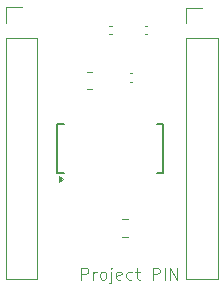
<source format=gbr>
%TF.GenerationSoftware,KiCad,Pcbnew,8.0.2-8.0.2-0~ubuntu22.04.1*%
%TF.CreationDate,2024-06-02T15:46:05+09:00*%
%TF.ProjectId,TB6211_ver2,54423632-3131-45f7-9665-72322e6b6963,rev?*%
%TF.SameCoordinates,Original*%
%TF.FileFunction,Legend,Top*%
%TF.FilePolarity,Positive*%
%FSLAX46Y46*%
G04 Gerber Fmt 4.6, Leading zero omitted, Abs format (unit mm)*
G04 Created by KiCad (PCBNEW 8.0.2-8.0.2-0~ubuntu22.04.1) date 2024-06-02 15:46:05*
%MOMM*%
%LPD*%
G01*
G04 APERTURE LIST*
%ADD10C,0.100000*%
%ADD11C,0.120000*%
%ADD12C,0.150000*%
G04 APERTURE END LIST*
D10*
X126553884Y-94622419D02*
X126553884Y-93622419D01*
X126553884Y-93622419D02*
X126934836Y-93622419D01*
X126934836Y-93622419D02*
X127030074Y-93670038D01*
X127030074Y-93670038D02*
X127077693Y-93717657D01*
X127077693Y-93717657D02*
X127125312Y-93812895D01*
X127125312Y-93812895D02*
X127125312Y-93955752D01*
X127125312Y-93955752D02*
X127077693Y-94050990D01*
X127077693Y-94050990D02*
X127030074Y-94098609D01*
X127030074Y-94098609D02*
X126934836Y-94146228D01*
X126934836Y-94146228D02*
X126553884Y-94146228D01*
X127553884Y-94622419D02*
X127553884Y-93955752D01*
X127553884Y-94146228D02*
X127601503Y-94050990D01*
X127601503Y-94050990D02*
X127649122Y-94003371D01*
X127649122Y-94003371D02*
X127744360Y-93955752D01*
X127744360Y-93955752D02*
X127839598Y-93955752D01*
X128315789Y-94622419D02*
X128220551Y-94574800D01*
X128220551Y-94574800D02*
X128172932Y-94527180D01*
X128172932Y-94527180D02*
X128125313Y-94431942D01*
X128125313Y-94431942D02*
X128125313Y-94146228D01*
X128125313Y-94146228D02*
X128172932Y-94050990D01*
X128172932Y-94050990D02*
X128220551Y-94003371D01*
X128220551Y-94003371D02*
X128315789Y-93955752D01*
X128315789Y-93955752D02*
X128458646Y-93955752D01*
X128458646Y-93955752D02*
X128553884Y-94003371D01*
X128553884Y-94003371D02*
X128601503Y-94050990D01*
X128601503Y-94050990D02*
X128649122Y-94146228D01*
X128649122Y-94146228D02*
X128649122Y-94431942D01*
X128649122Y-94431942D02*
X128601503Y-94527180D01*
X128601503Y-94527180D02*
X128553884Y-94574800D01*
X128553884Y-94574800D02*
X128458646Y-94622419D01*
X128458646Y-94622419D02*
X128315789Y-94622419D01*
X129077694Y-93955752D02*
X129077694Y-94812895D01*
X129077694Y-94812895D02*
X129030075Y-94908133D01*
X129030075Y-94908133D02*
X128934837Y-94955752D01*
X128934837Y-94955752D02*
X128887218Y-94955752D01*
X129077694Y-93622419D02*
X129030075Y-93670038D01*
X129030075Y-93670038D02*
X129077694Y-93717657D01*
X129077694Y-93717657D02*
X129125313Y-93670038D01*
X129125313Y-93670038D02*
X129077694Y-93622419D01*
X129077694Y-93622419D02*
X129077694Y-93717657D01*
X129934836Y-94574800D02*
X129839598Y-94622419D01*
X129839598Y-94622419D02*
X129649122Y-94622419D01*
X129649122Y-94622419D02*
X129553884Y-94574800D01*
X129553884Y-94574800D02*
X129506265Y-94479561D01*
X129506265Y-94479561D02*
X129506265Y-94098609D01*
X129506265Y-94098609D02*
X129553884Y-94003371D01*
X129553884Y-94003371D02*
X129649122Y-93955752D01*
X129649122Y-93955752D02*
X129839598Y-93955752D01*
X129839598Y-93955752D02*
X129934836Y-94003371D01*
X129934836Y-94003371D02*
X129982455Y-94098609D01*
X129982455Y-94098609D02*
X129982455Y-94193847D01*
X129982455Y-94193847D02*
X129506265Y-94289085D01*
X130839598Y-94574800D02*
X130744360Y-94622419D01*
X130744360Y-94622419D02*
X130553884Y-94622419D01*
X130553884Y-94622419D02*
X130458646Y-94574800D01*
X130458646Y-94574800D02*
X130411027Y-94527180D01*
X130411027Y-94527180D02*
X130363408Y-94431942D01*
X130363408Y-94431942D02*
X130363408Y-94146228D01*
X130363408Y-94146228D02*
X130411027Y-94050990D01*
X130411027Y-94050990D02*
X130458646Y-94003371D01*
X130458646Y-94003371D02*
X130553884Y-93955752D01*
X130553884Y-93955752D02*
X130744360Y-93955752D01*
X130744360Y-93955752D02*
X130839598Y-94003371D01*
X131125313Y-93955752D02*
X131506265Y-93955752D01*
X131268170Y-93622419D02*
X131268170Y-94479561D01*
X131268170Y-94479561D02*
X131315789Y-94574800D01*
X131315789Y-94574800D02*
X131411027Y-94622419D01*
X131411027Y-94622419D02*
X131506265Y-94622419D01*
X132601504Y-94622419D02*
X132601504Y-93622419D01*
X132601504Y-93622419D02*
X132982456Y-93622419D01*
X132982456Y-93622419D02*
X133077694Y-93670038D01*
X133077694Y-93670038D02*
X133125313Y-93717657D01*
X133125313Y-93717657D02*
X133172932Y-93812895D01*
X133172932Y-93812895D02*
X133172932Y-93955752D01*
X133172932Y-93955752D02*
X133125313Y-94050990D01*
X133125313Y-94050990D02*
X133077694Y-94098609D01*
X133077694Y-94098609D02*
X132982456Y-94146228D01*
X132982456Y-94146228D02*
X132601504Y-94146228D01*
X133601504Y-94622419D02*
X133601504Y-93622419D01*
X134077694Y-94622419D02*
X134077694Y-93622419D01*
X134077694Y-93622419D02*
X134649122Y-94622419D01*
X134649122Y-94622419D02*
X134649122Y-93622419D01*
D11*
%TO.C,U1*%
X125000000Y-86137500D02*
X124670000Y-86377500D01*
X124670000Y-85897500D01*
X125000000Y-86137500D01*
G36*
X125000000Y-86137500D02*
G01*
X124670000Y-86377500D01*
X124670000Y-85897500D01*
X125000000Y-86137500D01*
G37*
D12*
X133475000Y-81425000D02*
X132917500Y-81425000D01*
X124525000Y-81425000D02*
X125082500Y-81425000D01*
X133475000Y-85575000D02*
X133475000Y-81425000D01*
X133475000Y-85575000D02*
X132917500Y-85575000D01*
X124525000Y-85575000D02*
X124525000Y-81425000D01*
X124525000Y-85575000D02*
X125082500Y-85575000D01*
D11*
%TO.C,R1*%
X127022936Y-77015000D02*
X127477064Y-77015000D01*
X127022936Y-78485000D02*
X127477064Y-78485000D01*
%TO.C,J1*%
X129988748Y-89515000D02*
X130511252Y-89515000D01*
X129988748Y-90985000D02*
X130511252Y-90985000D01*
%TO.C,Conn2*%
X135420000Y-71600000D02*
X136750000Y-71600000D01*
X135420000Y-72930000D02*
X135420000Y-71600000D01*
X135420000Y-74200000D02*
X135420000Y-94580000D01*
X135420000Y-74200000D02*
X138080000Y-74200000D01*
X135420000Y-94580000D02*
X138080000Y-94580000D01*
X138080000Y-74200000D02*
X138080000Y-94580000D01*
%TO.C,Conn1*%
X120170000Y-71590000D02*
X121500000Y-71590000D01*
X120170000Y-72920000D02*
X120170000Y-71590000D01*
X120170000Y-74190000D02*
X120170000Y-94570000D01*
X120170000Y-74190000D02*
X122830000Y-74190000D01*
X120170000Y-94570000D02*
X122830000Y-94570000D01*
X122830000Y-74190000D02*
X122830000Y-94570000D01*
%TO.C,C6*%
X130642164Y-77140000D02*
X130857836Y-77140000D01*
X130642164Y-77860000D02*
X130857836Y-77860000D01*
%TO.C,C4*%
X131912164Y-73140000D02*
X132127836Y-73140000D01*
X131912164Y-73860000D02*
X132127836Y-73860000D01*
%TO.C,C2*%
X128912164Y-73140000D02*
X129127836Y-73140000D01*
X128912164Y-73860000D02*
X129127836Y-73860000D01*
%TD*%
M02*

</source>
